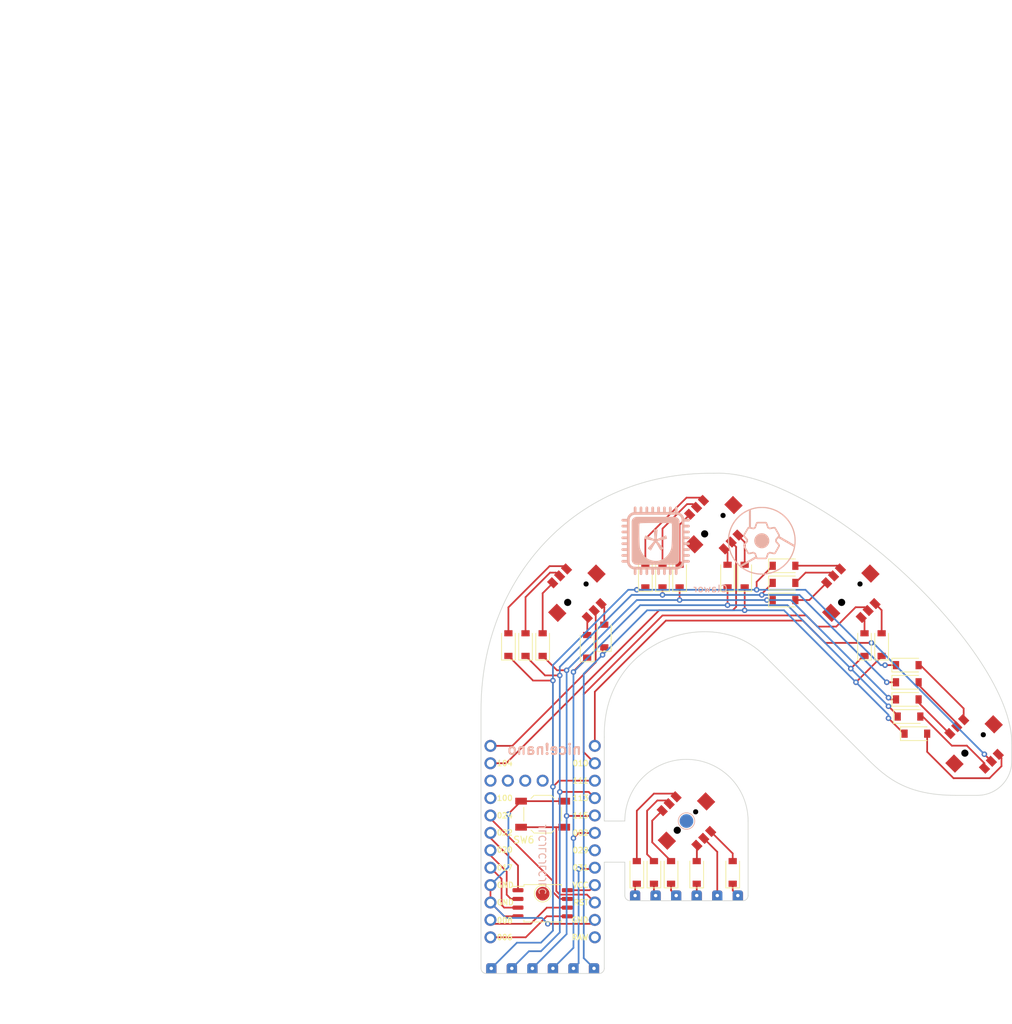
<source format=kicad_pcb>
(kicad_pcb (version 20211014) (generator pcbnew)
  (layers (0 "F.Cu" signal) (31 "B.Cu" signal) (34 "B.Paste" user) (35 "F.Paste" user) (36 "B.SilkS" user "B.Silkscreen") (37 "F.SilkS" user "F.Silkscreen") (38 "B.Mask" user) (39 "F.Mask" user) (44 "Edge.Cuts" user))
  (net 0 "")
  (net 1 "C_A")
  (net 2 "Net-(D1-Pad1)")
  (net 3 "C_B")
  (net 4 "C_M")
  (net 5 "Net-(D2-Pad1)")
  (net 6 "C_C")
  (net 7 "C_D")
  (net 8 "Net-(D3-Pad1)")
  (net 9 "Net-(D6-Pad2)")
  (net 10 "Net-(D7-Pad2)")
  (net 11 "Net-(D8-Pad2)")
  (net 12 "Net-(D9-Pad2)")
  (net 13 "Net-(D10-Pad2)")
  (net 14 "Net-(D11-Pad2)")
  (net 15 "Net-(D12-Pad2)")
  (net 16 "Net-(D13-Pad2)")
  (net 17 "Net-(D14-Pad2)")
  (net 18 "Net-(D15-Pad2)")
  (net 19 "Net-(D16-Pad2)")
  (net 20 "Net-(D17-Pad2)")
  (net 21 "Net-(D18-Pad2)")
  (net 22 "Net-(D19-Pad2)")
  (net 23 "Net-(D20-Pad2)")
  (net 24 "Net-(D21-Pad2)")
  (net 25 "Net-(D22-Pad2)")
  (net 26 "Net-(D23-Pad2)")
  (net 27 "Net-(D24-Pad2)")
  (net 28 "Net-(D25-Pad2)")
  (net 29 "R0")
  (net 30 "R1")
  (net 31 "R2")
  (net 32 "R3")
  (net 33 "R4")
  (net 38 "GND")
  (net 39 "+3V3")
  (net 42 "Net-(D4-Pad1)")
  (net 43 "Net-(D5-Pad1)")
  (net 46 "~{CS}")
  (net 47 "IO1")
  (net 48 "IO2")
  (net 49 "IO0")
  (net 50 "SCLK")
  (net 51 "IO3")
  (net 52 "Net-(D1-Pad2)")
  (net 53 "Net-(D2-Pad2)")
  (net 54 "Net-(D3-Pad2)")
  (net 55 "Net-(D4-Pad2)")
  (net 56 "Net-(D5-Pad2)")
  (net 57 "Net-(J1-Pad5)")
  (net 58 "Net-(SW6-Pad1)")
  (footprint "Diode_SMD:D_SOD-123" (layer "F.Cu") (at 131.75 143.75 90)
    (fp_text reference "D4" hide)
    (fp_text value "D_Small")
  )
  (footprint "Diode_SMD:D_SOD-123" (layer "F.Cu") (at 129.25 143.75 90)
    (fp_text reference "D3" hide)
    (fp_text value "D_Small")
  )
  (footprint "Diode_SMD:D_SOD-123" (layer "F.Cu") (at 108 110.5 90)
    (fp_text reference "D6" hide)
    (fp_text value "D_Small")
  )
  (footprint "switch:SKRHA-boss" (layer "F.Cu") (at 138 93)
    (fp_text reference "SW3" hide)
    (fp_text value "SKRHA")
  )
  (footprint "Diode_SMD:D_SOD-123" (layer "F.Cu") (at 166.25 116)
    (fp_text reference "D23" hide)
    (fp_text value "D_Small")
  )
  (footprint "switch:SKRHA-boss" (layer "F.Cu") (at 134 136.25)
    (fp_text reference "SW1" hide)
    (fp_text value "SKRHA")
  )
  (footprint "Diode_SMD:D_SOD-123" (layer "F.Cu") (at 148.25 99)
    (fp_text reference "D16" hide)
    (fp_text value "D_Small")
  )
  (footprint "Diode_SMD:D_SOD-123" (layer "F.Cu") (at 166.5 121)
    (fp_text reference "D25" hide)
    (fp_text value "D_Small")
  )
  (footprint "Diode_SMD:D_SOD-123" (layer "F.Cu") (at 110.5 110.5 90)
    (fp_text reference "D8" hide)
    (fp_text value "D_Small")
  )
  (footprint "switch:SKRHA-boss" (layer "F.Cu") (at 158 103)
    (fp_text reference "SW4" hide)
    (fp_text value "SKRHA")
  )
  (footprint "Diode_SMD:D_SOD-123" (layer "F.Cu") (at 160 110.5 90)
    (fp_text reference "D20" hide)
    (fp_text value "D_Small")
  )
  (footprint "Diode_SMD:D_SOD-123" (layer "F.Cu") (at 162.5 110.5 90)
    (fp_text reference "D17" hide)
    (fp_text value "D_Small")
  )
  (footprint "Diode_SMD:D_SOD-123" (layer "F.Cu") (at 122 109.25 90)
    (fp_text reference "D7" hide)
    (fp_text value "D_Small")
  )
  (footprint "Diode_SMD:D_SOD-123" (layer "F.Cu") (at 126.75 143.75 90)
    (fp_text reference "D1" hide)
    (fp_text value "D_Small")
  )
  (footprint "Package_SO:SOIC-8_5.23x5.23mm_P1.27mm" (layer "F.Cu") (at 113 148.25)
    (fp_text reference "U2" hide)
    (fp_text value "MT25QL128ABA1ESE")
  )
  (footprint "Diode_SMD:D_SOD-123" (layer "F.Cu") (at 148.25 104)
    (fp_text reference "D19" hide)
    (fp_text value "D_Small")
  )
  (footprint "Button_Switch_SMD:SW_SPST_TL3342" (layer "F.Cu") (at 113 135.25 180)
    (fp_text reference "SW6")
    (fp_text value "SW_Push")
  )
  (footprint "Keebio-Parts:breakaway-mousebites" (layer "F.Cu") (at 125 139.25 90)
    (fp_text reference "H1" hide)
    (fp_text value "MountingHole" hide)
  )
  (footprint "Diode_SMD:D_SOD-123" (layer "F.Cu") (at 140 100.5 90)
    (fp_text reference "D15" hide)
    (fp_text value "D_Small")
  )
  (footprint "Keebio-Parts:breakaway-mousebites" (layer "F.Cu") (at 122.125 139.25 -90)
    (fp_text reference "H2" hide)
    (fp_text value "MountingHole" hide)
  )
  (footprint "Diode_SMD:D_SOD-123" (layer "F.Cu") (at 142.5 100.5 90)
    (fp_text reference "D12" hide)
    (fp_text value "D_Small")
  )
  (footprint "clawor:conn" (layer "F.Cu") (at 134 147.875)
    (fp_text reference "J1" hide)
    (fp_text value "Conn_01x06")
  )
  (footprint "Diode_SMD:D_SOD-123" (layer "F.Cu") (at 166.25 113.5)
    (fp_text reference "D21" hide)
    (fp_text value "D_Small")
  )
  (footprint "Diode_SMD:D_SOD-123" (layer "F.Cu") (at 119.5 110.75 90)
    (fp_text reference "D10" hide)
    (fp_text value "D_Small")
  )
  (footprint "Diode_SMD:D_SOD-123" (layer "F.Cu") (at 140.75 143.75 90)
    (fp_text reference "D2" hide)
    (fp_text value "D_Small")
  )
  (footprint "Diode_SMD:D_SOD-123" (layer "F.Cu") (at 130.5 100.5 90)
    (fp_text reference "D13" hide)
    (fp_text value "D_Small")
  )
  (footprint "switch:SKRHA-boss" (layer "F.Cu") (at 118 103)
    (fp_text reference "SW2" hide)
    (fp_text value "SKRHA")
  )
  (footprint "Diode_SMD:D_SOD-123" (layer "F.Cu") (at 113 110.5 90)
    (fp_text reference "D9" hide)
    (fp_text value "D_Small")
  )
  (footprint "Diode_SMD:D_SOD-123" (layer "F.Cu") (at 167.5 123.5)
    (fp_text reference "D22" hide)
    (fp_text value "D_Small")
  )
  (footprint "Diode_SMD:D_SOD-123" (layer "F.Cu") (at 166.25 118.5)
    (fp_text reference "D24" hide)
    (fp_text value "D_Small")
  )
  (footprint "Diode_SMD:D_SOD-123" (layer "F.Cu") (at 133 100.5 90)
    (fp_text reference "D14" hide)
    (fp_text value "D_Small")
  )
  (footprint "Diode_SMD:D_SOD-123" (layer "F.Cu") (at 135.5 143.75 90)
    (fp_text reference "D5" hide)
    (fp_text value "D_Small")
  )
  (footprint "Diode_SMD:D_SOD-123" (layer "F.Cu") (at 148.25 101.5)
    (fp_text reference "D18" hide)
    (fp_text value "D_Small")
  )
  (footprint "MountingHole:MountingHole_2mm" (layer "F.Cu") (at 147.5 110)
    (fp_text reference "H3" hide)
    (fp_text value "MountingHole")
  )
  (footprint "clawor:conn" (layer "F.Cu") (at 113 158.5)
    (fp_text reference "J2" hide)
    (fp_text value "Conn_01x06")
  )
  (footprint "MountingHole:MountingHole_2mm" (layer "F.Cu") (at 164.5 127)
    (fp_text reference "H4" hide)
    (fp_text value "MountingHole")
  )
  (footprint "TestPoint:TestPoint_Pad_D2.0mm" (layer "F.Cu") (at 113 146.85)
    (fp_text reference "TP2" hide)
    (fp_text value "TestPoint")
  )
  (footprint "Diode_SMD:D_SOD-123" (layer "F.Cu") (at 128 100.5 90)
    (fp_text reference "D11" hide)
    (fp_text value "D_Small")
  )
  (footprint "switch:SKRHA-boss" (layer "F.Cu") (at 176 125)
    (fp_text reference "SW5" hide)
    (fp_text value "SKRHA")
  )
  (footprint "nice-nano-kicad:nice_nano" (layer "B.Cu") (at 113 139.25 90)
    (fp_text reference "U1" hide)
    (fp_text value "nice_nano" hide)
  )
  (footprint "misc:crides-neg" (layer "B.Cu") (at 145 95.35 180)
    (fp_text reference "REF**" hide)
    (fp_text value "crides-neg")
  )
  (footprint "misc:embedded" (layer "B.Cu") (at 129.5 95.35 180)
    (fp_text reference "REF**" hide)
    (fp_text value "embedded")
  )
  (footprint "TestPoint:TestPoint_Pad_D2.0mm" (layer "B.Cu") (at 134 136.25 180)
    (fp_text reference "TP1" hide)
    (fp_text value "TestPoint")
  )
  (gr_curve (pts (xy 138 85.5) (xy 153.25 84.75) (xy 181.75 111.5) (xy 181.5 125)) (layer "Edge.Cuts") (width 0.1))
  (gr_arc (start 104.75 158.5) (mid 104.21967 158.28033) (end 104 157.75) (layer "Edge.Cuts") (width 0.1))
  (gr_line (start 104.75 158.5) (end 121.25 158.5) (layer "Edge.Cuts") (width 0.1))
  (gr_line (start 143 147.125) (end 143 136.25) (layer "Edge.Cuts") (width 0.1))
  (gr_arc (start 143 147.125) (mid 142.78033 147.65533) (end 142.25 147.875) (layer "Edge.Cuts") (width 0.1))
  (gr_line (start 176.5 132.5) (end 173.25 132.5) (layer "Edge.Cuts") (width 0.1))
  (gr_arc (start 122 157.75) (mid 121.78033 158.28033) (end 121.25 158.5) (layer "Edge.Cuts") (width 0.1))
  (gr_line (start 125 136.25) (end 122 136.25) (layer "Edge.Cuts") (width 0.1))
  (gr_line (start 104 157.75) (end 104 120) (layer "Edge.Cuts") (width 0.1))
  (gr_curve (pts (xy 122 124) (xy 121.75 109.5) (xy 138.25 104.5) (xy 145.5 112.25)) (layer "Edge.Cuts") (width 0.1))
  (gr_line (start 122 157.75) (end 122 142.25) (layer "Edge.Cuts") (width 0.1))
  (gr_curve (pts (xy 160.5 127.25) (xy 163.25 130) (xy 166.25 132.5) (xy 173.25 132.5)) (layer "Edge.Cuts") (width 0.1))
  (gr_line (start 125.75 147.875) (end 142.25 147.875) (layer "Edge.Cuts") (width 0.1))
  (gr_line (start 122 142.25) (end 125 142.25) (layer "Edge.Cuts") (width 0.1))
  (gr_line (start 122 136.25) (end 122 124) (layer "Edge.Cuts") (width 0.1))
  (gr_arc (start 125 136.25) (mid 134 127.25) (end 143 136.25) (layer "Edge.Cuts") (width 0.1))
  (gr_arc (start 125.75 147.875) (mid 125.21967 147.65533) (end 125 147.125) (layer "Edge.Cuts") (width 0.1))
  (gr_line (start 181.5 125) (end 181.5 127.5) (layer "Edge.Cuts") (width 0.1))
  (gr_curve (pts (xy 138 85.5) (xy 117.75 85.25) (xy 104 101) (xy 104 120)) (layer "Edge.Cuts") (width 0.1))
  (gr_arc (start 181.5 127.5) (mid 180.035534 131.035534) (end 176.5 132.5) (layer "Edge.Cuts") (width 0.1))
  (gr_line (start 145.5 112.25) (end 160.5 127.25) (layer "Edge.Cuts") (width 0.1))
  (gr_line (start 125 142.25) (end 125 147.125) (layer "Edge.Cuts") (width 0.1))
  (gr_text "JLCJLCJLCJLC" (at 113 141.85 90) (layer "B.SilkS") (effects (font (size 1 1)) (justify mirror)))
  (gr_text "Clawor" (at 137.5 102.35) (layer "B.SilkS") (effects (font (size 1 1)) (justify mirror)))
  (segment (start 114.5 115.75) (end 111.6 115.75) (width 0.25) (layer "F.Cu") (net 1))
  (segment (start 114.5 131.25) (end 115.39 130.36) (width 0.25) (layer "F.Cu") (net 1))
  (segment (start 126.75 102.5) (end 127.65 102.5) (width 0.25) (layer "F.Cu") (net 1))
  (segment (start 163 113.5) (end 164.6 113.5) (width 0.25) (layer "F.Cu") (net 1))
  (segment (start 144.25 102.5) (end 144.25 101.35) (width 0.25) (layer "F.Cu") (net 1))
  (segment (start 111.6 115.75) (end 108 112.15) (width 0.25) (layer "F.Cu") (net 1))
  (segment (start 127.65 102.5) (end 128 102.15) (width 0.25) (layer "F.Cu") (net 1))
  (segment (start 115.39 130.36) (end 120.62 130.36) (width 0.25) (layer "F.Cu") (net 1))
  (segment (start 144.25 101.35) (end 146.6 99) (width 0.25) (layer "F.Cu") (net 1))
  (via (at 126.75 102.5) (size 0.8) (drill 0.4) (layers "F.Cu" "B.Cu") (net 1))
  (via (at 144.25 102.5) (size 0.8) (drill 0.4) (layers "F.Cu" "B.Cu") (net 1))
  (via (at 114.5 131.25) (size 0.8) (drill 0.4) (layers "F.Cu" "B.Cu") (net 1))
  (via (at 163 113.5) (size 0.8) (drill 0.4) (layers "F.Cu" "B.Cu") (net 1))
  (via (at 114.5 115.75) (size 0.8) (drill 0.4) (layers "F.Cu" "B.Cu") (net 1))
  (segment (start 114.5 131.25) (end 114.5 152.25) (width 0.25) (layer "B.Cu") (net 1))
  (segment (start 126.75 102.5) (end 144.25 102.5) (width 0.25) (layer "B.Cu") (net 1))
  (segment (start 112.75 154) (end 109.25 154) (width 0.25) (layer "B.Cu") (net 1))
  (segment (start 151.375 102.5) (end 144.25 102.5) (width 0.25) (layer "B.Cu") (net 1))
  (segment (start 126.75 102.5) (end 125.5 102.5) (width 0.25) (layer "B.Cu") (net 1))
  (segment (start 109.25 154) (end 105.5 157.75) (width 0.25) (layer "B.Cu") (net 1))
  (segment (start 125.5 102.5) (end 114.5 113.5) (width 0.25) (layer "B.Cu") (net 1))
  (segment (start 114.5 113.5) (end 114.5 115.75) (width 0.25) (layer "B.Cu") (net 1))
  (segment (start 162.375 113.5) (end 151.375 102.5) (width 0.25) (layer "B.Cu") (net 1))
  (segment (start 114.5 131.25) (end 114.5 115.75) (width 0.25) (layer "B.Cu") (net 1))
  (segment (start 114.5 152.25) (end 112.75 154) (width 0.25) (layer "B.Cu") (net 1))
  (segment (start 163 113.5) (end 162.375 113.5) (width 0.25) (layer "B.Cu") (net 1))
  (segment (start 126.5 147.125) (end 126.5 145.65) (width 0.25) (layer "F.Cu") (net 2))
  (segment (start 126.5 145.65) (end 126.75 145.4) (width 0.25) (layer "F.Cu") (net 2))
  (segment (start 163.5 121.25) (end 165.75 123.5) (width 0.25) (layer "F.Cu") (net 3))
  (segment (start 162.5 112.25) (end 162.5 112.15) (width 0.25) (layer "F.Cu") (net 3))
  (segment (start 165.75 123.5) (end 165.85 123.5) (width 0.25) (layer "F.Cu") (net 3))
  (segment (start 142.5 105.5) (end 142.5 102.15) (width 0.25) (layer "F.Cu") (net 3))
  (segment (start 121.75 111.15) (end 122 110.9) (width 0.25) (layer "F.Cu") (net 3))
  (segment (start 158.75 116) (end 162.5 112.25) (width 0.25) (layer "F.Cu") (net 3))
  (segment (start 121.75 112) (end 121.75 111.15) (width 0.25) (layer "F.Cu") (net 3))
  (via (at 158.75 116) (size 0.8) (drill 0.4) (layers "F.Cu" "B.Cu") (net 3))
  (via (at 142.5 105.5) (size 0.8) (drill 0.4) (layers "F.Cu" "B.Cu") (net 3))
  (via (at 121.75 112) (size 0.8) (drill 0.4) (layers "F.Cu" "B.Cu") (net 3))
  (via (at 163.5 121.25) (size 0.8) (drill 0.4) (layers "F.Cu" "B.Cu") (net 3))
  (segment (start 120.62 140.52) (end 119.02 140.52) (width 0.25) (layer "B.Cu") (net 3))
  (segment (start 163.5 120.75) (end 158.75 116) (width 0.25) (layer "B.Cu") (net 3))
  (segment (start 158.75 116) (end 148.25 105.5) (width 0.25) (layer "B.Cu") (net 3))
  (segment (start 119 156.25) (end 120.5 157.75) (width 0.25) (layer "B.Cu") (net 3))
  (segment (start 148.25 105.5) (end 142.5 105.5) (width 0.25) (layer "B.Cu") (net 3))
  (segment (start 119 114.75) (end 119 156.25) (width 0.25) (layer "B.Cu") (net 3))
  (segment (start 163.5 121.25) (end 163.5 120.75) (width 0.25) (layer "B.Cu") (net 3))
  (segment (start 128.25 105.5) (end 142.5 105.5) (width 0.25) (layer "B.Cu") (net 3))
  (segment (start 121.75 112) (end 128.25 105.5) (width 0.25) (layer "B.Cu") (net 3))
  (segment (start 119.02 140.52) (end 119 140.5) (width 0.25) (layer "B.Cu") (net 3))
  (segment (start 121.75 112) (end 119 114.75) (width 0.25) (layer "B.Cu") (net 3))
  (segment (start 163.25 116) (end 164.6 116) (width 0.25) (layer "F.Cu") (net 4))
  (segment (start 115.5 115) (end 113.35 115) (width 0.25) (layer "F.Cu") (net 4))
  (segment (start 119.72 132) (end 120.62 132.9) (width 0.25) (layer "F.Cu") (net 4))
  (segment (start 113.35 115) (end 110.5 112.15) (width 0.25) (layer "F.Cu") (net 4))
  (segment (start 130.5 102.15) (end 130.5 103.25) (width 0.25) (layer "F.Cu") (net 4))
  (segment (start 115.512299 132) (end 119.72 132) (width 0.25) (layer "F.Cu") (net 4))
  (segment (start 145 103.1) (end 146.6 101.5) (width 0.25) (layer "F.Cu") (net 4))
  (segment (start 145 103.25) (end 145 103.1) (width 0.25) (layer "F.Cu") (net 4))
  (via (at 145 103.25) (size 0.8) (drill 0.4) (layers "F.Cu" "B.Cu") (net 4))
  (via (at 163.25 116) (size 0.8) (drill 0.4) (layers "F.Cu" "B.Cu") (net 4))
  (via (at 115.512299 132) (size 0.8) (drill 0.4) (layers "F.Cu" "B.Cu") (net 4))
  (via (at 115.5 115) (size 0.8) (drill 0.4) (layers "F.Cu" "B.Cu") (net 4))
  (via (at 130.5 103.25) (size 0.8) (drill 0.4) (layers "F.Cu" "B.Cu") (net 4))
  (segment (start 111 155.25) (end 108.5 157.75) (width 0.25) (layer "B.Cu") (net 4))
  (segment (start 115.5 152.5) (end 112.75 155.25) (width 0.25) (layer "B.Cu") (net 4))
  (segment (start 115.5 115) (end 115.5 131.987701) (width 0.25) (layer "B.Cu") (net 4))
  (segment (start 115.5 115) (end 115.5 113.75) (width 0.25) (layer "B.Cu") (net 4))
  (segment (start 163.25 116) (end 150.5 103.25) (width 0.25) (layer "B.Cu") (net 4))
  (segment (start 115.5 113.75) (end 126 103.25) (width 0.25) (layer "B.Cu") (net 4))
  (segment (start 126 103.25) (end 130.5 103.25) (width 0.25) (layer "B.Cu") (net 4))
  (segment (start 115.5 131.987701) (end 115.512299 132) (width 0.25) (layer "B.Cu") (net 4))
  (segment (start 115.512299 132) (end 115.5 132.012299) (width 0.25) (layer "B.Cu") (net 4))
  (segment (start 115.5 132.012299) (end 115.5 152.5) (width 0.25) (layer "B.Cu") (net 4))
  (segment (start 145 103.25) (end 130.5 103.25) (width 0.25) (layer "B.Cu") (net 4))
  (segment (start 150.5 103.25) (end 145 103.25) (width 0.25) (layer "B.Cu") (net 4))
  (segment (start 112.75 155.25) (end 111 155.25) (width 0.25) (layer "B.Cu") (net 4))
  (segment (start 140.75 145.4) (end 140.75 146.375) (width 0.25) (layer "F.Cu") (net 5))
  (segment (start 140.75 146.375) (end 141.5 147.125) (width 0.25) (layer "F.Cu") (net 5))
  (segment (start 116.5 114.25) (end 115.1 114.25) (width 0.25) (layer "F.Cu") (net 6))
  (segment (start 120.56 135.5) (end 120.62 135.44) (width 0.25) (layer "F.Cu") (net 6))
  (segment (start 163.75 118.5) (end 164.6 118.5) (width 0.25) (layer "F.Cu") (net 6))
  (segment (start 133 104) (end 133 102.15) (width 0.25) (layer "F.Cu") (net 6))
  (segment (start 145.75 104) (end 146.6 104) (width 0.25) (layer "F.Cu") (net 6))
  (segment (start 163.5 118.25) (end 163.75 118.5) (width 0.25) (layer "F.Cu") (net 6))
  (segment (start 115.1 114.25) (end 113 112.15) (width 0.25) (layer "F.Cu") (net 6))
  (segment (start 116.5 135.5) (end 120.56 135.5) (width 0.25) (layer "F.Cu") (net 6))
  (via (at 116.5 114.25) (size 0.8) (drill 0.4) (layers "F.Cu" "B.Cu") (net 6))
  (via (at 145.75 104) (size 0.8) (drill 0.4) (layers "F.Cu" "B.Cu") (net 6))
  (via (at 133 104) (size 0.8) (drill 0.4) (layers "F.Cu" "B.Cu") (net 6))
  (via (at 163.5 118.25) (size 0.8) (drill 0.4) (layers "F.Cu" "B.Cu") (net 6))
  (via (at 116.5 135.5) (size 0.8) (drill 0.4) (layers "F.Cu" "B.Cu") (net 6))
  (segment (start 116.5 114.25) (end 126.75 104) (width 0.25) (layer "B.Cu") (net 6))
  (segment (start 116.5 135.5) (end 116.5 152.75) (width 0.25) (layer "B.Cu") (net 6))
  (segment (start 163.5 118.25) (end 149.25 104) (width 0.25) (layer "B.Cu") (net 6))
  (segment (start 116.5 152.75) (end 111.5 157.75) (width 0.25) (layer "B.Cu") (net 6))
  (segment (start 149.25 104) (end 145.75 104) (width 0.25) (layer "B.Cu") (net 6))
  (segment (start 126.75 104) (end 133 104) (width 0.25) (layer "B.Cu") (net 6))
  (segment (start 145.75 104) (end 133 104) (width 0.25) (layer "B.Cu") (net 6))
  (segment (start 116.5 135.5) (end 116.5 114.25) (width 0.25) (layer "B.Cu") (net 6))
  (segment (start 158 114) (end 159.85 112.15) (width 0.25) (layer "F.Cu") (net 7))
  (segment (start 163.5 119.5) (end 164.85 120.85) (width 0.25) (layer "F.Cu") (net 7))
  (segment (start 164.85 120.85) (end 164.85 121) (width 0.25) (layer "F.Cu") (net 7))
  (segment (start 120.6 138) (end 120.62 137.98) (width 0.25) (layer "F.Cu") (net 7))
  (segment (start 117.5 114.5) (end 117.5 114.4) (width 0.25) (layer "F.Cu") (net 7))
  (segment (start 140 104.75) (end 140 102.15) (width 0.25) (layer "F.Cu") (net 7))
  (segment (start 117.5 138.75) (end 118.25 138) (width 0.25) (layer "F.Cu") (net 7))
  (segment (start 117.5 114.4) (end 119.5 112.4) (width 0.25) (layer "F.Cu") (net 7))
  (segment (start 159.85 112.15) (end 160 112.15) (width 0.25) (layer "F.Cu") (net 7))
  (segment (start 118.25 138) (end 120.6 138) (width 0.25) (layer "F.Cu") (net 7))
  (via (at 163.5 119.5) (size 0.8) (drill 0.4) (layers "F.Cu" "B.Cu") (net 7))
  (via (at 140 104.75) (size 0.8) (drill 0.4) (layers "F.Cu" "B.Cu") (net 7))
  (via (at 117.5 114.5) (size 0.8) (drill 0.4) (layers "F.Cu" "B.Cu") (net 7))
  (via (at 158 114) (size 0.8) (drill 0.4) (layers "F.Cu" "B.Cu") (net 7))
  (via (at 117.5 138.75) (size 0.8) (drill 0.4) (layers "F.Cu" "B.Cu") (net 7))
  (segment (start 148.75 104.75) (end 140 104.75) (width 0.25) (layer "B.Cu") (net 7))
  (segment (start 117.5 114.5) (end 127.25 104.75) (width 0.25) (layer "B.Cu") (net 7))
  (segment (start 163.5 119.5) (end 158 114) (width 0.25) (layer "B.Cu") (net 7))
  (segment (start 117.5 154.75) (end 114.5 157.75) (width 0.25) (layer "B.Cu") (net 7))
  (segment (start 117.5 114.5) (end 117.5 154.75) (width 0.25) (layer "B.Cu") (net 7))
  (segment (start 127.25 104.75) (end 140 104.75) (width 0.25) (layer "B.Cu") (net 7))
  (segment (start 158 114) (end 148.75 104.75) (width 0.25) (layer "B.Cu") (net 7))
  (segment (start 129.25 146.875) (end 129.5 147.125) (width 0.25) (layer "F.Cu") (net 8))
  (segment (start 129.25 145.4) (end 129.25 146.875) (width 0.25) (layer "F.Cu") (net 8))
  (segment (start 108 105.067373) (end 108 108.917373) (width 0.25) (layer "F.Cu") (net 9))
  (segment (start 114.012831 99.054542) (end 108 105.067373) (width 0.25) (layer "F.Cu") (net 9))
  (segment (start 116.47972 99.531839) (end 116.002423 99.054542) (width 0.25) (layer "F.Cu") (net 9))
  (segment (start 116.002423 99.054542) (end 114.012831 99.054542) (width 0.25) (layer "F.Cu") (net 9))
  (segment (start 122 105.052119) (end 121.535534 104.587653) (width 0.25) (layer "F.Cu") (net 10))
  (segment (start 122 107.6) (end 122 105.052119) (width 0.25) (layer "F.Cu") (net 10))
  (segment (start 114.932627 100) (end 115.472093 100.539466) (width 0.25) (layer "F.Cu") (net 11))
  (segment (start 114.082699 100) (end 114.932627 100) (width 0.25) (layer "F.Cu") (net 11))
  (segment (start 110.5 103.582699) (end 114.082699 100) (width 0.25) (layer "F.Cu") (net 11))
  (segment (start 110.5 108.917373) (end 110.5 103.582699) (width 0.25) (layer "F.Cu") (net 11))
  (segment (start 113 108.917373) (end 113 103.011559) (width 0.25) (layer "F.Cu") (net 12))
  (segment (start 113 103.011559) (end 114.464466 101.547093) (width 0.25) (layer "F.Cu") (net 12))
  (segment (start 119.52028 109.07972) (end 119.52028 106.602907) (width 0.25) (layer "F.Cu") (net 13))
  (segment (start 119.5 109.1) (end 119.52028 109.07972) (width 0.25) (layer "F.Cu") (net 13))
  (segment (start 136.002423 89.054542) (end 134.012831 89.054542) (width 0.25) (layer "F.Cu") (net 14))
  (segment (start 128 95.067373) (end 128 98.917373) (width 0.25) (layer "F.Cu") (net 14))
  (segment (start 134.012831 89.054542) (end 128 95.067373) (width 0.25) (layer "F.Cu") (net 14))
  (segment (start 136.47972 89.531839) (end 136.002423 89.054542) (width 0.25) (layer "F.Cu") (net 14))
  (segment (start 142.5 95.552119) (end 141.535534 94.587653) (width 0.25) (layer "F.Cu") (net 15))
  (segment (start 142.5 98.917373) (end 142.5 95.552119) (width 0.25) (layer "F.Cu") (net 15))
  (segment (start 134.082699 90) (end 134.932627 90) (width 0.25) (layer "F.Cu") (net 16))
  (segment (start 130.5 93.582699) (end 134.082699 90) (width 0.25) (layer "F.Cu") (net 16))
  (segment (start 130.5 98.917373) (end 130.5 93.582699) (width 0.25) (layer "F.Cu") (net 16))
  (segment (start 134.932627 90) (end 135.472093 90.539466) (width 0.25) (layer "F.Cu") (net 16))
  (segment (start 133 93.011559) (end 134.464466 91.547093) (width 0.25) (layer "F.Cu") (net 17))
  (segment (start 133 98.917373) (end 133 93.011559) (width 0.25) (layer "F.Cu") (net 17))
  (segment (start 140 97.082627) (end 139.52028 96.602907) (width 0.25) (layer "F.Cu") (net 18))
  (segment (start 140 98.917373) (end 140 97.082627) (width 0.25) (layer "F.Cu") (net 18))
  (segment (start 149.912831 98.987169) (end 149.9 99) (width 0.25) (layer "F.Cu") (net 19))
  (segment (start 156.47972 99.464466) (end 156.002423 98.987169) (width 0.25) (layer "F.Cu") (net 19))
  (segment (start 156.002423 98.987169) (end 149.912831 98.987169) (width 0.25) (layer "F.Cu") (net 19))
  (segment (start 162.5 108.85) (end 162.5 105.484746) (width 0.25) (layer "F.Cu") (net 20))
  (segment (start 162.5 105.484746) (end 161.535534 104.52028) (width 0.25) (layer "F.Cu") (net 20))
  (segment (start 149.9 101.5) (end 151.4 100) (width 0.25) (layer "F.Cu") (net 21))
  (segment (start 151.4 100) (end 155 100) (width 0.25) (layer "F.Cu") (net 21))
  (segment (start 155 100) (end 155.472093 100.472093) (width 0.25) (layer "F.Cu") (net 21))
  (segment (start 151.944186 104) (end 154.464466 101.47972) (width 0.25) (layer "F.Cu") (net 22))
  (segment (start 149.9 104) (end 151.944186 104) (width 0.25) (layer "F.Cu") (net 22))
  (segment (start 160 108.85) (end 160 107.015254) (width 0.25) (layer "F.Cu") (net 23))
  (segment (start 160 107.015254) (end 159.52028 106.535534) (width 0.25) (layer "F.Cu") (net 23))
  (segment (start 174.47972 119.82972) (end 168.15 113.5) (width 0.25) (layer "F.Cu") (net 24))
  (segment (start 174.47972 121.531839) (end 174.47972 119.82972) (width 0.25) (layer "F.Cu") (net 24))
  (segment (start 168.15 113.5) (end 167.9 113.5) (width 0.25) (layer "F.Cu") (net 24))
  (segment (start 173 130) (end 178.25 130) (width 0.25) (layer "F.Cu") (net 25))
  (segment (start 169.15 126.15) (end 173 130) (width 0.25) (layer "F.Cu") (net 25))
  (segment (start 178.25 130) (end 180 128.25) (width 0.25) (layer "F.Cu") (net 25))
  (segment (start 169.15 123.5) (end 169.15 126.15) (width 0.25) (layer "F.Cu") (net 25))
  (segment (start 180 128.25) (end 180 127.052119) (width 0.25) (layer "F.Cu") (net 25))
  (segment (start 180 127.052119) (end 179.535534 126.587653) (width 0.25) (layer "F.Cu") (net 25))
  (segment (start 167.9 116.4) (end 173.472093 121.972093) (width 0.25) (layer "F.Cu") (net 26))
  (segment (start 167.9 116) (end 167.9 116.4) (width 0.25) (layer "F.Cu") (net 26))
  (segment (start 173.472093 121.972093) (end 173.472093 122.539466) (width 0.25) (layer "F.Cu") (net 26))
  (segment (start 167.9 118.982627) (end 172.464466 123.547093) (width 0.25) (layer "F.Cu") (net 27))
  (segment (start 167.9 118.5) (end 167.9 118.982627) (width 0.25) (layer "F.Cu") (net 27))
  (segment (start 174.941852 125.25) (end 172.75 125.25) (width 0.25) (layer "F.Cu") (net 28))
  (segment (start 168.5 121) (end 168.15 121) (width 0.25) (layer "F.Cu") (net 28))
  (segment (start 172.75 125.25) (end 168.5 121) (width 0.25) (layer "F.Cu") (net 28))
  (segment (start 177.52028 128.535534) (end 177.52028 127.828428) (width 0.25) (layer "F.Cu") (net 28))
  (segment (start 177.52028 127.828428) (end 174.941852 125.25) (width 0.25) (layer "F.Cu") (net 28))
  (segment (start 118.25 143.25) (end 120.43 143.25) (width 0.25) (layer "F.Cu") (net 29))
  (segment (start 120.43 143.25) (end 120.62 143.06) (width 0.25) (layer "F.Cu") (net 29))
  (via (at 118.25 143.25) (size 0.8) (drill 0.4) (layers "F.Cu" "B.Cu") (net 29))
  (segment (start 118.25 143.25) (end 118.25 157) (width 0.25) (layer "B.Cu") (net 29))
  (segment (start 118.25 157) (end 117.5 157.75) (width 0.25) (layer "B.Cu") (net 29))
  (segment (start 120.75 113.099022) (end 108.569022 125.28) (width 0.25) (layer "F.Cu") (net 30))
  (segment (start 120.527907 105.527907) (end 120.75 105.75) (width 0.25) (layer "F.Cu") (net 30))
  (segment (start 108.569022 125.28) (end 105.38 125.28) (width 0.25) (layer "F.Cu") (net 30))
  (segment (start 120.75 105.75) (end 120.75 113.099022) (width 0.25) (layer "F.Cu") (net 30))
  (segment (start 140.527907 95.527907) (end 141.25 96.25) (width 0.25) (layer "F.Cu") (net 31))
  (segment (start 141.25 105) (end 140.75 105.5) (width 0.25) (layer "F.Cu") (net 31))
  (segment (start 140.75 105.5) (end 130 105.5) (width 0.25) (layer "F.Cu") (net 31))
  (segment (start 130 105.5) (end 107.68 127.82) (width 0.25) (layer "F.Cu") (net 31))
  (segment (start 107.68 127.82) (end 105.38 127.82) (width 0.25) (layer "F.Cu") (net 31))
  (segment (start 141.25 96.25) (end 141.25 105) (width 0.25) (layer "F.Cu") (net 31))
  (segment (start 155.875 107.875) (end 153.125 107.875) (width 0.25) (layer "F.Cu") (net 32))
  (segment (start 153.125 107.875) (end 151.5 106.25) (width 0.25) (layer "F.Cu") (net 32))
  (segment (start 160.527907 105.527907) (end 160.05061 105.05061) (width 0.25) (layer "F.Cu") (net 32))
  (segment (start 158.69939 105.05061) (end 155.875 107.875) (width 0.25) (layer "F.Cu") (net 32))
  (segment (start 119 126.2) (end 120.62 127.82) (width 0.25) (layer "F.Cu") (net 32))
  (segment (start 119 117.75) (end 119 126.2) (width 0.25) (layer "F.Cu") (net 32))
  (segment (start 160.05061 105.05061) (end 158.69939 105.05061) (width 0.25) (layer "F.Cu") (net 32))
  (segment (start 151.5 106.25) (end 130.5 106.25) (width 0.25) (layer "F.Cu") (net 32))
  (segment (start 130.5 106.25) (end 119 117.75) (width 0.25) (layer "F.Cu") (net 32))
  (segment (start 178.527907 127.527907) (end 177.5 126.5) (width 0.25) (layer "F.Cu") (net 33))
  (segment (start 120.62 117.38) (end 131 107) (width 0.25) (layer "F.Cu") (net 33))
  (segment (start 120.62 125.28) (end 120.62 117.38) (width 0.25) (layer "F.Cu") (net 33))
  (segment (start 151 107) (end 154.25 110.25) (width 0.25) (layer "F.Cu") (net 33))
  (segment (start 154.25 110.25) (end 160.975386 110.25) (width 0.25) (layer "F.Cu") (net 33))
  (segment (start 131 107) (end 151 107) (width 0.25) (layer "F.Cu") (net 33))
  (via (at 177.5 126.5) (size 0.8) (drill 0.4) (layers "F.Cu" "B.Cu") (net 33))
  (via (at 161 110.25) (size 0.8) (drill 0.4) (layers "F.Cu" "B.Cu") (net 33))
  (segment (start 161.25 110.25) (end 161 110.25) (width 0.25) (layer "B.Cu") (net 33))
  (segment (start 177.5 126.5) (end 161.25 110.25) (width 0.25) (layer "B.Cu") (net 33))
  (segment (start 108 135.2) (end 109.85 133.35) (width 0.25) (layer "F.Cu") (net 38))
  (segment (start 109.85 133.35) (end 116.15 133.35) (width 0.25) (layer "F.Cu") (net 38))
  (segment (start 113.75 151.25) (end 120.05 151.25) (width 0.25) (layer "F.Cu") (net 38))
  (segment (start 109.4 150.155) (end 107.395 150.155) (width 0.25) (layer "F.Cu") (net 38))
  (segment (start 120.05 151.25) (end 120.62 150.68) (width 0.25) (layer "F.Cu") (net 38))
  (segment (start 108 135.25) (end 108 135.2) (width 0.25) (layer "F.Cu") (net 38))
  (segment (start 107.395 150.155) (end 105.38 148.14) (width 0.25) (layer "F.Cu") (net 38))
  (segment (start 105.38 148.14) (end 105.38 145.6) (width 0.25) (layer "F.Cu") (net 38))
  (via (at 113.75 151.25) (size 0.8) (drill 0.4) (layers "F.Cu" "B.Cu") (net 38))
  (via (at 108 135.25) (size 0.8) (drill 0.4) (layers "F.Cu" "B.Cu") (net 38))
  (segment (start 108 135.25) (end 108 142.98) (width 0.25) (layer "B.Cu") (net 38))
  (segment (start 107.63 150.39) (end 105.38 148.14) (width 0.25) (layer "B.Cu") (net 38))
  (segment (start 113.75 151.25) (end 112.89 150.39) (width 0.25) (layer "B.Cu") (net 38))
  (segment (start 112.89 150.39) (end 107.63 150.39) (width 0.25) (layer "B.Cu") (net 38))
  (segment (start 108 142.98) (end 105.38 145.6) (width 0.25) (layer "B.Cu") (net 38))
  (segment (start 119.875 146.345) (end 120.62 145.6) (width 0.25) (layer "F.Cu") (net 39))
  (segment (start 116.6 146.345) (end 119.875 146.345) (width 0.25) (layer "F.Cu") (net 39))
  (segment (start 131.75 146.375) (end 132.5 147.125) (width 0.25) (layer "F.Cu") (net 42))
  (segment (start 131.75 145.4) (end 131.75 146.375) (width 0.25) (layer "F.Cu") (net 42))
  (segment (start 135.5 145.4) (end 135.5 147.125) (width 0.25) (layer "F.Cu") (net 43))
  (segment (start 109.4 142.75) (end 105.38 138.73) (width 0.25) (layer "F.Cu") (net 46))
  (segment (start 109.4 146.345) (end 109.4 142.75) (width 0.25) (layer "F.Cu") (net 46))
  (segment (start 105.38 138.73) (end 105.38 137.98) (width 0.25) (layer "F.Cu") (net 46))
  (segment (start 107.75 143.64) (end 105.38 141.27) (width 0.25) (layer "F.Cu") (net 47))
  (segment (start 105.38 141.27) (end 105.38 140.52) (width 0.25) (layer "F.Cu") (net 47))
  (segment (start 109.4 147.615) (end 108.365 147.615) (width 0.25) (layer "F.Cu") (net 47))
  (segment (start 107.75 147) (end 107.75 143.64) (width 0.25) (layer "F.Cu") (net 47))
  (segment (start 108.365 147.615) (end 107.75 147) (width 0.25) (layer "F.Cu") (net 47))
  (segment (start 107 144.68) (end 107 148.5) (width 0.25) (layer "F.Cu") (net 48))
  (segment (start 107.385 148.885) (end 109.4 148.885) (width 0.25) (layer "F.Cu") (net 48))
  (segment (start 107 148.5) (end 107.385 148.885) (width 0.25) (layer "F.Cu") (net 48))
  (segment (start 105.38 143.06) (end 107 144.68) (width 0.25) (layer "F.Cu") (net 48))
  (segment (start 116.6 150.155) (end 113.595 150.155) (width 0.25) (layer "F.Cu") (net 49))
  (segment (start 113.595 150.155) (end 110.53 153.22) (width 0.25) (layer "F.Cu") (net 49))
  (segment (start 110.53 153.22) (end 105.38 153.22) (width 0.25) (layer "F.Cu") (net 49))
  (segment (start 105.95 151.25) (end 111.25 151.25) (width 0.25) (layer "F.Cu") (net 50))
  (segment (start 111.25 151.25) (end 113.615 148.885) (width 0.25) (layer "F.Cu") (net 50))
  (segment (start 105.38 150.68) (end 105.95 151.25) (width 0.25) (layer "F.Cu") (net 50))
  (segment (start 113.615 148.885) (end 116.6 148.885) (width 0.25) (layer "F.Cu") (net 50))
  (segment (start 105.38 135.88) (end 105.38 135.44) (width 0.25) (layer "F.Cu") (net 51))
  (segment (start 115.5 147.615) (end 114.5 146.615) (width 0.25) (layer "F.Cu") (net 51))
  (segment (start 114.5 146.615) (end 114.5 145) (width 0.25) (layer "F.Cu") (net 51))
  (segment (start 116.6 147.615) (end 115.5 147.615) (width 0.25) (layer "F.Cu") (net 51))
  (segment (start 114.5 145) (end 105.38 135.88) (width 0.25) (layer "F.Cu") (net 51))
  (segment (start 126.75 134.75) (end 126.75 142.167373) (width 0.25) (layer "F.Cu") (net 52))
  (segment (start 132.47972 132.714466) (end 132.015254 132.25) (width 0.25) (layer "F.Cu") (net 52))
  (segment (start 132.015254 132.25) (end 129.25 132.25) (width 0.25) (layer "F.Cu") (net 52))
  (segment (start 129.25 132.25) (end 126.75 134.75) (width 0.25) (layer "F.Cu") (net 52))
  (segment (start 140.75 142.1) (end 140.75 140.984746) (width 0.25) (layer "F.Cu") (net 53))
  (segment (start 140.75 140.984746) (end 137.535534 137.77028) (width 0.25) (layer "F.Cu") (net 53))
  (segment (start 131 133.25) (end 131.472093 133.722093) (width 0.25) (layer "F.Cu") (net 54))
  (segment (start 129.75 133.25) (end 131 133.25) (width 0.25) (layer "F.Cu") (net 54))
  (segment (start 129.25 142.1) (end 128.25 141.1) (width 0.25) (layer "F.Cu") (net 54))
  (segment (start 128.25 134.75) (end 129.75 133.25) (width 0.25) (layer "F.Cu") (net 54))
  (segment (start 128.25 141.1) (end 128.25 134.75) (width 0.25) (layer "F.Cu") (net 54))
  (segment (start 130.464466 134.72972) (end 129 136.194186) (width 0.25) (layer "F.Cu") (net 55))
  (segment (start 129 136.194186) (end 129 139.35) (width 0.25) (layer "F.Cu") (net 55))
  (segment (start 129 139.35) (end 131.75 142.1) (width 0.25) (layer "F.Cu") (net 55))
  (segment (start 135.52028 142.07972) (end 135.52028 139.785534) (width 0.25) (layer "F.Cu") (net 56))
  (segment (start 135.5 142.1) (end 135.52028 142.07972) (width 0.25) (layer "F.Cu") (net 56))
  (segment (start 136.527907 138.777907) (end 138.5 140.75) (width 0.25) (layer "F.Cu") (net 57))
  (segment (start 138.5 140.75) (end 138.5 147.125) (width 0.25) (layer "F.Cu") (net 57))
  (segment (start 109.85 137.15) (end 116.15 137.15) (width 0.25) (layer "F.Cu") (net 58))
  (segment (start 115.511198 146.99048) (end 115 146.479282) (width 0.25) (layer "F.Cu") (net 58))
  (segment (start 119.47048 146.99048) (end 115.511198 146.99048) (width 0.25) (layer "F.Cu") (net 58))
  (segment (start 115 146.479282) (end 115 137.15) (width 0.25) (layer "F.Cu") (net 58))
  (segment (start 120.62 148.14) (end 119.47048 146.99048) (width 0.25) (layer "F.Cu") (net 58))
)
</source>
